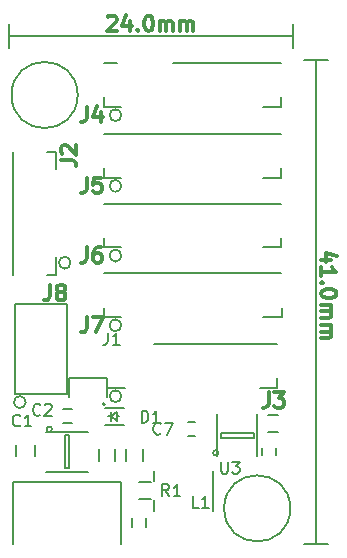
<source format=gbr>
G04 #@! TF.FileFunction,Other,ECO1*
%FSLAX46Y46*%
G04 Gerber Fmt 4.6, Leading zero omitted, Abs format (unit mm)*
G04 Created by KiCad (PCBNEW 4.0.2-stable) date 12/11/2016 19:10:46*
%MOMM*%
G01*
G04 APERTURE LIST*
%ADD10C,0.100000*%
%ADD11C,0.150000*%
%ADD12C,0.200000*%
%ADD13C,0.300000*%
G04 APERTURE END LIST*
D10*
D11*
X152300000Y-46800000D02*
X152300000Y-46000000D01*
X152300000Y-46800000D02*
X153800000Y-46800000D01*
X153500000Y-47498000D02*
G75*
G03X153500000Y-47498000I-500000J0D01*
G01*
X161723607Y-52300000D02*
G75*
G03X161723607Y-52300000I-223607J0D01*
G01*
X147623607Y-50300000D02*
G75*
G03X147623607Y-50300000I-223607J0D01*
G01*
X165000000Y-52600000D02*
X165000000Y-49000000D01*
X161600000Y-49000000D02*
X161600000Y-52600000D01*
X147100000Y-53900000D02*
X150700000Y-53900000D01*
X147100000Y-50500000D02*
X150700000Y-50500000D01*
D12*
X161938095Y-53052381D02*
X161938095Y-53861905D01*
X161985714Y-53957143D01*
X162033333Y-54004762D01*
X162128571Y-54052381D01*
X162319048Y-54052381D01*
X162414286Y-54004762D01*
X162461905Y-53957143D01*
X162509524Y-53861905D01*
X162509524Y-53052381D01*
X162890476Y-53052381D02*
X163509524Y-53052381D01*
X163176190Y-53433333D01*
X163319048Y-53433333D01*
X163414286Y-53480952D01*
X163461905Y-53528571D01*
X163509524Y-53623810D01*
X163509524Y-53861905D01*
X163461905Y-53957143D01*
X163414286Y-54004762D01*
X163319048Y-54052381D01*
X163033333Y-54052381D01*
X162938095Y-54004762D01*
X162890476Y-53957143D01*
X156833334Y-50657143D02*
X156785715Y-50704762D01*
X156642858Y-50752381D01*
X156547620Y-50752381D01*
X156404762Y-50704762D01*
X156309524Y-50609524D01*
X156261905Y-50514286D01*
X156214286Y-50323810D01*
X156214286Y-50180952D01*
X156261905Y-49990476D01*
X156309524Y-49895238D01*
X156404762Y-49800000D01*
X156547620Y-49752381D01*
X156642858Y-49752381D01*
X156785715Y-49800000D01*
X156833334Y-49847619D01*
X157166667Y-49752381D02*
X157833334Y-49752381D01*
X157404762Y-50752381D01*
X157533334Y-55952381D02*
X157200000Y-55476190D01*
X156961905Y-55952381D02*
X156961905Y-54952381D01*
X157342858Y-54952381D01*
X157438096Y-55000000D01*
X157485715Y-55047619D01*
X157533334Y-55142857D01*
X157533334Y-55285714D01*
X157485715Y-55380952D01*
X157438096Y-55428571D01*
X157342858Y-55476190D01*
X156961905Y-55476190D01*
X158485715Y-55952381D02*
X157914286Y-55952381D01*
X158200000Y-55952381D02*
X158200000Y-54952381D01*
X158104762Y-55095238D01*
X158009524Y-55190476D01*
X157914286Y-55238095D01*
X160033334Y-56952381D02*
X159557143Y-56952381D01*
X159557143Y-55952381D01*
X160890477Y-56952381D02*
X160319048Y-56952381D01*
X160604762Y-56952381D02*
X160604762Y-55952381D01*
X160509524Y-56095238D01*
X160414286Y-56190476D01*
X160319048Y-56238095D01*
D13*
X165966667Y-47188095D02*
X165966667Y-48116667D01*
X165904763Y-48302381D01*
X165780953Y-48426190D01*
X165595239Y-48488095D01*
X165471429Y-48488095D01*
X166461905Y-47188095D02*
X167266667Y-47188095D01*
X166833334Y-47683333D01*
X167019048Y-47683333D01*
X167142858Y-47745238D01*
X167204762Y-47807143D01*
X167266667Y-47930952D01*
X167266667Y-48240476D01*
X167204762Y-48364286D01*
X167142858Y-48426190D01*
X167019048Y-48488095D01*
X166647620Y-48488095D01*
X166523810Y-48426190D01*
X166461905Y-48364286D01*
D12*
X152366667Y-42152381D02*
X152366667Y-42866667D01*
X152319047Y-43009524D01*
X152223809Y-43104762D01*
X152080952Y-43152381D01*
X151985714Y-43152381D01*
X153366667Y-43152381D02*
X152795238Y-43152381D01*
X153080952Y-43152381D02*
X153080952Y-42152381D01*
X152985714Y-42295238D01*
X152890476Y-42390476D01*
X152795238Y-42438095D01*
X155217905Y-49728381D02*
X155217905Y-48728381D01*
X155456000Y-48728381D01*
X155598858Y-48776000D01*
X155694096Y-48871238D01*
X155741715Y-48966476D01*
X155789334Y-49156952D01*
X155789334Y-49299810D01*
X155741715Y-49490286D01*
X155694096Y-49585524D01*
X155598858Y-49680762D01*
X155456000Y-49728381D01*
X155217905Y-49728381D01*
X156741715Y-49728381D02*
X156170286Y-49728381D01*
X156456000Y-49728381D02*
X156456000Y-48728381D01*
X156360762Y-48871238D01*
X156265524Y-48966476D01*
X156170286Y-49014095D01*
X146633334Y-49057143D02*
X146585715Y-49104762D01*
X146442858Y-49152381D01*
X146347620Y-49152381D01*
X146204762Y-49104762D01*
X146109524Y-49009524D01*
X146061905Y-48914286D01*
X146014286Y-48723810D01*
X146014286Y-48580952D01*
X146061905Y-48390476D01*
X146109524Y-48295238D01*
X146204762Y-48200000D01*
X146347620Y-48152381D01*
X146442858Y-48152381D01*
X146585715Y-48200000D01*
X146633334Y-48247619D01*
X147014286Y-48247619D02*
X147061905Y-48200000D01*
X147157143Y-48152381D01*
X147395239Y-48152381D01*
X147490477Y-48200000D01*
X147538096Y-48247619D01*
X147585715Y-48342857D01*
X147585715Y-48438095D01*
X147538096Y-48580952D01*
X146966667Y-49152381D01*
X147585715Y-49152381D01*
X144933334Y-49957143D02*
X144885715Y-50004762D01*
X144742858Y-50052381D01*
X144647620Y-50052381D01*
X144504762Y-50004762D01*
X144409524Y-49909524D01*
X144361905Y-49814286D01*
X144314286Y-49623810D01*
X144314286Y-49480952D01*
X144361905Y-49290476D01*
X144409524Y-49195238D01*
X144504762Y-49100000D01*
X144647620Y-49052381D01*
X144742858Y-49052381D01*
X144885715Y-49100000D01*
X144933334Y-49147619D01*
X145885715Y-50052381D02*
X145314286Y-50052381D01*
X145600000Y-50052381D02*
X145600000Y-49052381D01*
X145504762Y-49195238D01*
X145409524Y-49290476D01*
X145314286Y-49338095D01*
D11*
X149300000Y-49800000D02*
X148600000Y-49800000D01*
X148600000Y-48600000D02*
X149300000Y-48600000D01*
X152100000Y-48200000D02*
G75*
G03X152100000Y-48200000I-100000J0D01*
G01*
X152600000Y-49200000D02*
X152400000Y-49200000D01*
X153100000Y-49200000D02*
X153300000Y-49200000D01*
X153100000Y-49600000D02*
X152600000Y-49200000D01*
X153100000Y-48800000D02*
X153100000Y-49600000D01*
X152600000Y-49200000D02*
X153100000Y-48800000D01*
X152600000Y-48800000D02*
X152600000Y-49600000D01*
X153700000Y-49900000D02*
X152100000Y-49900000D01*
X152100000Y-48500000D02*
X153700000Y-48500000D01*
X149800000Y-22000000D02*
G75*
G03X149800000Y-22000000I-2800000J0D01*
G01*
X167800000Y-57000000D02*
G75*
G03X167800000Y-57000000I-2800000J0D01*
G01*
X152300000Y-46000000D02*
X152300000Y-47600000D01*
X149100000Y-46000000D02*
X152300000Y-46000000D01*
X149100000Y-47600000D02*
X149100000Y-46000000D01*
X159100000Y-50900000D02*
X159700000Y-50900000D01*
X159700000Y-49700000D02*
X159100000Y-49700000D01*
X161900000Y-51000000D02*
X161900000Y-50600000D01*
X164700000Y-51000000D02*
X161900000Y-51000000D01*
X164700000Y-50600000D02*
X164700000Y-51000000D01*
X161900000Y-50600000D02*
X164700000Y-50600000D01*
X166800000Y-50500000D02*
X165900000Y-50500000D01*
X165900000Y-49100000D02*
X166800000Y-49100000D01*
X166600000Y-52500000D02*
X166600000Y-51900000D01*
X165400000Y-51900000D02*
X165400000Y-52500000D01*
X161300000Y-53800000D02*
X161300000Y-57200000D01*
X156300000Y-54100000D02*
X156300000Y-53800000D01*
X156300000Y-56300000D02*
X156300000Y-57200000D01*
X156300000Y-54100000D02*
X156300000Y-54700000D01*
X153500000Y-54800000D02*
X153500000Y-60000000D01*
X144300000Y-54800000D02*
X153500000Y-54800000D01*
X144300000Y-54800000D02*
X144300000Y-60000000D01*
X155600000Y-57800000D02*
X155600000Y-58600000D01*
X154400000Y-57800000D02*
X154400000Y-58600000D01*
X155000000Y-56200000D02*
X156000000Y-56200000D01*
X155000000Y-54800000D02*
X156000000Y-54800000D01*
X155300000Y-52000000D02*
X155300000Y-53000000D01*
X153900000Y-52000000D02*
X153900000Y-53000000D01*
X144600000Y-51600000D02*
X144600000Y-52600000D01*
X146200000Y-51600000D02*
X146200000Y-52600000D01*
X153000000Y-52000000D02*
X153000000Y-53000000D01*
X151600000Y-52000000D02*
X151600000Y-53000000D01*
X148700000Y-53600000D02*
X148700000Y-50800000D01*
X149100000Y-53600000D02*
X148700000Y-53600000D01*
X149100000Y-50800000D02*
X149100000Y-53600000D01*
X148700000Y-50800000D02*
X149100000Y-50800000D01*
D13*
X147466667Y-38088095D02*
X147466667Y-39016667D01*
X147404763Y-39202381D01*
X147280953Y-39326190D01*
X147095239Y-39388095D01*
X146971429Y-39388095D01*
X148271429Y-38645238D02*
X148147620Y-38583333D01*
X148085715Y-38521429D01*
X148023810Y-38397619D01*
X148023810Y-38335714D01*
X148085715Y-38211905D01*
X148147620Y-38150000D01*
X148271429Y-38088095D01*
X148519048Y-38088095D01*
X148642858Y-38150000D01*
X148704762Y-38211905D01*
X148766667Y-38335714D01*
X148766667Y-38397619D01*
X148704762Y-38521429D01*
X148642858Y-38583333D01*
X148519048Y-38645238D01*
X148271429Y-38645238D01*
X148147620Y-38707143D01*
X148085715Y-38769048D01*
X148023810Y-38892857D01*
X148023810Y-39140476D01*
X148085715Y-39264286D01*
X148147620Y-39326190D01*
X148271429Y-39388095D01*
X148519048Y-39388095D01*
X148642858Y-39326190D01*
X148704762Y-39264286D01*
X148766667Y-39140476D01*
X148766667Y-38892857D01*
X148704762Y-38769048D01*
X148642858Y-38707143D01*
X148519048Y-38645238D01*
X148388095Y-27533333D02*
X149316667Y-27533333D01*
X149502381Y-27595237D01*
X149626190Y-27719047D01*
X149688095Y-27904761D01*
X149688095Y-28028571D01*
X148511905Y-26976190D02*
X148450000Y-26914285D01*
X148388095Y-26790476D01*
X148388095Y-26480952D01*
X148450000Y-26357142D01*
X148511905Y-26295238D01*
X148635714Y-26233333D01*
X148759524Y-26233333D01*
X148945238Y-26295238D01*
X149688095Y-27038095D01*
X149688095Y-26233333D01*
D11*
X145400000Y-48000000D02*
G75*
G03X145400000Y-48000000I-500000J0D01*
G01*
X144500000Y-47300000D02*
X144500000Y-39700000D01*
X148900000Y-47300000D02*
X144500000Y-47300000D01*
X148900000Y-39700000D02*
X148900000Y-47300000D01*
X144500000Y-39700000D02*
X148900000Y-39700000D01*
D13*
X171278571Y-35966668D02*
X170411905Y-35966668D01*
X171773810Y-35657144D02*
X170845238Y-35347620D01*
X170845238Y-36152382D01*
X170411905Y-37328572D02*
X170411905Y-36585715D01*
X170411905Y-36957144D02*
X171711905Y-36957144D01*
X171526190Y-36833334D01*
X171402381Y-36709525D01*
X171340476Y-36585715D01*
X170535714Y-37885715D02*
X170473810Y-37947620D01*
X170411905Y-37885715D01*
X170473810Y-37823810D01*
X170535714Y-37885715D01*
X170411905Y-37885715D01*
X171711905Y-38752382D02*
X171711905Y-38876191D01*
X171650000Y-39000001D01*
X171588095Y-39061906D01*
X171464286Y-39123810D01*
X171216667Y-39185715D01*
X170907143Y-39185715D01*
X170659524Y-39123810D01*
X170535714Y-39061906D01*
X170473810Y-39000001D01*
X170411905Y-38876191D01*
X170411905Y-38752382D01*
X170473810Y-38628572D01*
X170535714Y-38566668D01*
X170659524Y-38504763D01*
X170907143Y-38442858D01*
X171216667Y-38442858D01*
X171464286Y-38504763D01*
X171588095Y-38566668D01*
X171650000Y-38628572D01*
X171711905Y-38752382D01*
X170411905Y-39742858D02*
X171278571Y-39742858D01*
X171154762Y-39742858D02*
X171216667Y-39804763D01*
X171278571Y-39928572D01*
X171278571Y-40114286D01*
X171216667Y-40238096D01*
X171092857Y-40300001D01*
X170411905Y-40300001D01*
X171092857Y-40300001D02*
X171216667Y-40361905D01*
X171278571Y-40485715D01*
X171278571Y-40671429D01*
X171216667Y-40795239D01*
X171092857Y-40857144D01*
X170411905Y-40857144D01*
X170411905Y-41476191D02*
X171278571Y-41476191D01*
X171154762Y-41476191D02*
X171216667Y-41538096D01*
X171278571Y-41661905D01*
X171278571Y-41847619D01*
X171216667Y-41971429D01*
X171092857Y-42033334D01*
X170411905Y-42033334D01*
X171092857Y-42033334D02*
X171216667Y-42095238D01*
X171278571Y-42219048D01*
X171278571Y-42404762D01*
X171216667Y-42528572D01*
X171092857Y-42590477D01*
X170411905Y-42590477D01*
D11*
X169000000Y-60000000D02*
X171000000Y-60000000D01*
X170000000Y-19000000D02*
X170000000Y-60000000D01*
X169000000Y-19000000D02*
X171000000Y-19000000D01*
X144000000Y-18000000D02*
X144000000Y-16000000D01*
X168000000Y-16000000D02*
X168000000Y-18000000D01*
D13*
X152347620Y-15411905D02*
X152409525Y-15350000D01*
X152533334Y-15288095D01*
X152842858Y-15288095D01*
X152966668Y-15350000D01*
X153028572Y-15411905D01*
X153090477Y-15535714D01*
X153090477Y-15659524D01*
X153028572Y-15845238D01*
X152285715Y-16588095D01*
X153090477Y-16588095D01*
X154204763Y-15721429D02*
X154204763Y-16588095D01*
X153895239Y-15226190D02*
X153585715Y-16154762D01*
X154390477Y-16154762D01*
X154885715Y-16464286D02*
X154947620Y-16526190D01*
X154885715Y-16588095D01*
X154823810Y-16526190D01*
X154885715Y-16464286D01*
X154885715Y-16588095D01*
X155752382Y-15288095D02*
X155876191Y-15288095D01*
X156000001Y-15350000D01*
X156061906Y-15411905D01*
X156123810Y-15535714D01*
X156185715Y-15783333D01*
X156185715Y-16092857D01*
X156123810Y-16340476D01*
X156061906Y-16464286D01*
X156000001Y-16526190D01*
X155876191Y-16588095D01*
X155752382Y-16588095D01*
X155628572Y-16526190D01*
X155566668Y-16464286D01*
X155504763Y-16340476D01*
X155442858Y-16092857D01*
X155442858Y-15783333D01*
X155504763Y-15535714D01*
X155566668Y-15411905D01*
X155628572Y-15350000D01*
X155752382Y-15288095D01*
X156742858Y-16588095D02*
X156742858Y-15721429D01*
X156742858Y-15845238D02*
X156804763Y-15783333D01*
X156928572Y-15721429D01*
X157114286Y-15721429D01*
X157238096Y-15783333D01*
X157300001Y-15907143D01*
X157300001Y-16588095D01*
X157300001Y-15907143D02*
X157361905Y-15783333D01*
X157485715Y-15721429D01*
X157671429Y-15721429D01*
X157795239Y-15783333D01*
X157857144Y-15907143D01*
X157857144Y-16588095D01*
X158476191Y-16588095D02*
X158476191Y-15721429D01*
X158476191Y-15845238D02*
X158538096Y-15783333D01*
X158661905Y-15721429D01*
X158847619Y-15721429D01*
X158971429Y-15783333D01*
X159033334Y-15907143D01*
X159033334Y-16588095D01*
X159033334Y-15907143D02*
X159095238Y-15783333D01*
X159219048Y-15721429D01*
X159404762Y-15721429D01*
X159528572Y-15783333D01*
X159590477Y-15907143D01*
X159590477Y-16588095D01*
D11*
X144000000Y-17000000D02*
X168000000Y-17000000D01*
D13*
X150566667Y-40788095D02*
X150566667Y-41716667D01*
X150504763Y-41902381D01*
X150380953Y-42026190D01*
X150195239Y-42088095D01*
X150071429Y-42088095D01*
X151061905Y-40788095D02*
X151928572Y-40788095D01*
X151371429Y-42088095D01*
X150566667Y-34888095D02*
X150566667Y-35816667D01*
X150504763Y-36002381D01*
X150380953Y-36126190D01*
X150195239Y-36188095D01*
X150071429Y-36188095D01*
X151742858Y-34888095D02*
X151495239Y-34888095D01*
X151371429Y-34950000D01*
X151309524Y-35011905D01*
X151185715Y-35197619D01*
X151123810Y-35445238D01*
X151123810Y-35940476D01*
X151185715Y-36064286D01*
X151247620Y-36126190D01*
X151371429Y-36188095D01*
X151619048Y-36188095D01*
X151742858Y-36126190D01*
X151804762Y-36064286D01*
X151866667Y-35940476D01*
X151866667Y-35630952D01*
X151804762Y-35507143D01*
X151742858Y-35445238D01*
X151619048Y-35383333D01*
X151371429Y-35383333D01*
X151247620Y-35445238D01*
X151185715Y-35507143D01*
X151123810Y-35630952D01*
X150566667Y-28988095D02*
X150566667Y-29916667D01*
X150504763Y-30102381D01*
X150380953Y-30226190D01*
X150195239Y-30288095D01*
X150071429Y-30288095D01*
X151804762Y-28988095D02*
X151185715Y-28988095D01*
X151123810Y-29607143D01*
X151185715Y-29545238D01*
X151309524Y-29483333D01*
X151619048Y-29483333D01*
X151742858Y-29545238D01*
X151804762Y-29607143D01*
X151866667Y-29730952D01*
X151866667Y-30040476D01*
X151804762Y-30164286D01*
X151742858Y-30226190D01*
X151619048Y-30288095D01*
X151309524Y-30288095D01*
X151185715Y-30226190D01*
X151123810Y-30164286D01*
X150566667Y-22988095D02*
X150566667Y-23916667D01*
X150504763Y-24102381D01*
X150380953Y-24226190D01*
X150195239Y-24288095D01*
X150071429Y-24288095D01*
X151742858Y-23421429D02*
X151742858Y-24288095D01*
X151433334Y-22926190D02*
X151123810Y-23854762D01*
X151928572Y-23854762D01*
D11*
X148000000Y-36000000D02*
X148000000Y-35700000D01*
X149200000Y-36200000D02*
G75*
G03X149200000Y-36200000I-500000J0D01*
G01*
X148000000Y-26800000D02*
X147200000Y-26800000D01*
X148000000Y-28300000D02*
X148000000Y-26800000D01*
X148000000Y-37200000D02*
X147200000Y-37200000D01*
X148000000Y-36000000D02*
X148000000Y-37200000D01*
X144300000Y-26800000D02*
X144300000Y-37200000D01*
X153500000Y-41500000D02*
G75*
G03X153500000Y-41500000I-500000J0D01*
G01*
X153500000Y-35600000D02*
G75*
G03X153500000Y-35600000I-500000J0D01*
G01*
X166700000Y-46800000D02*
X166700000Y-46000000D01*
X165200000Y-46800000D02*
X166700000Y-46800000D01*
X156300000Y-43100000D02*
X166700000Y-43100000D01*
X167100000Y-40800000D02*
X167100000Y-40000000D01*
X165500000Y-40800000D02*
X167100000Y-40800000D01*
X152000000Y-40800000D02*
X152000000Y-40000000D01*
X153500000Y-40800000D02*
X152000000Y-40800000D01*
X167000000Y-37100000D02*
X152000000Y-37100000D01*
X152000000Y-31200000D02*
X167000000Y-31200000D01*
X167000000Y-34900000D02*
X167000000Y-34100000D01*
X165500000Y-34900000D02*
X167000000Y-34900000D01*
X152000000Y-34900000D02*
X152000000Y-34100000D01*
X153500000Y-34900000D02*
X152000000Y-34900000D01*
X153500000Y-29700000D02*
G75*
G03X153500000Y-29700000I-500000J0D01*
G01*
X167000000Y-25300000D02*
X152000000Y-25300000D01*
X167000000Y-29000000D02*
X167000000Y-28200000D01*
X165500000Y-29000000D02*
X167000000Y-29000000D01*
X152000000Y-29000000D02*
X152000000Y-28200000D01*
X153500000Y-29000000D02*
X152000000Y-29000000D01*
X153500000Y-23700000D02*
G75*
G03X153500000Y-23700000I-500000J0D01*
G01*
X152000000Y-23000000D02*
X152000000Y-22200000D01*
X153500000Y-23000000D02*
X152000000Y-23000000D01*
X167000000Y-23000000D02*
X167000000Y-22200000D01*
X165500000Y-23000000D02*
X167000000Y-23000000D01*
X157900000Y-19300000D02*
X167000000Y-19300000D01*
X152000000Y-19300000D02*
X153100000Y-19300000D01*
M02*

</source>
